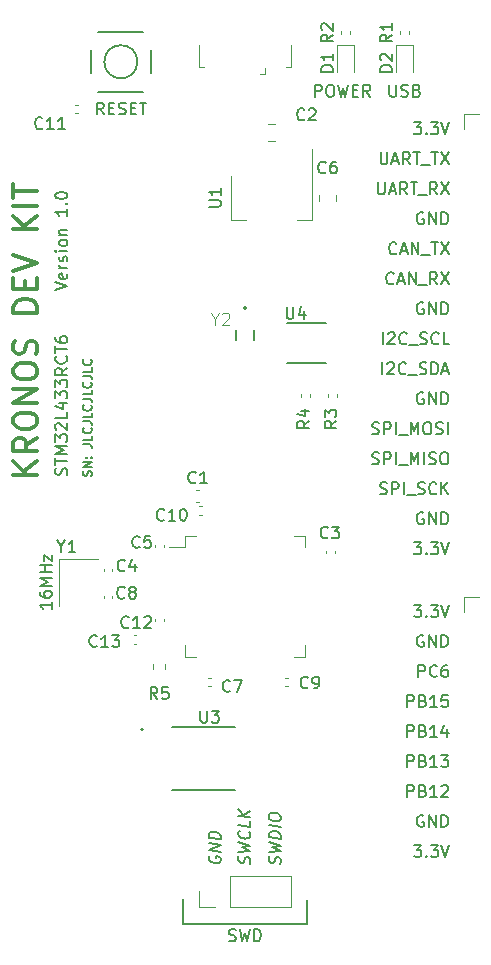
<source format=gbr>
%TF.GenerationSoftware,KiCad,Pcbnew,(6.0.9)*%
%TF.CreationDate,2022-12-01T17:51:06-05:00*%
%TF.ProjectId,cdh-devkit,6364682d-6465-4766-9b69-742e6b696361,rev?*%
%TF.SameCoordinates,Original*%
%TF.FileFunction,Legend,Top*%
%TF.FilePolarity,Positive*%
%FSLAX46Y46*%
G04 Gerber Fmt 4.6, Leading zero omitted, Abs format (unit mm)*
G04 Created by KiCad (PCBNEW (6.0.9)) date 2022-12-01 17:51:06*
%MOMM*%
%LPD*%
G01*
G04 APERTURE LIST*
%ADD10C,0.187500*%
%ADD11C,0.200000*%
%ADD12C,0.300000*%
%ADD13C,0.150000*%
%ADD14C,0.120198*%
%ADD15C,0.120000*%
%ADD16C,0.127000*%
%ADD17C,0.152400*%
G04 APERTURE END LIST*
D10*
X24503571Y-54063393D02*
X24539285Y-53956250D01*
X24539285Y-53777679D01*
X24503571Y-53706250D01*
X24467857Y-53670536D01*
X24396428Y-53634822D01*
X24325000Y-53634822D01*
X24253571Y-53670536D01*
X24217857Y-53706250D01*
X24182142Y-53777679D01*
X24146428Y-53920536D01*
X24110714Y-53991964D01*
X24075000Y-54027679D01*
X24003571Y-54063393D01*
X23932142Y-54063393D01*
X23860714Y-54027679D01*
X23825000Y-53991964D01*
X23789285Y-53920536D01*
X23789285Y-53741964D01*
X23825000Y-53634822D01*
X24539285Y-53313393D02*
X23789285Y-53313393D01*
X24539285Y-52884822D01*
X23789285Y-52884822D01*
X24467857Y-52527679D02*
X24503571Y-52491964D01*
X24539285Y-52527679D01*
X24503571Y-52563393D01*
X24467857Y-52527679D01*
X24539285Y-52527679D01*
X24075000Y-52527679D02*
X24110714Y-52491964D01*
X24146428Y-52527679D01*
X24110714Y-52563393D01*
X24075000Y-52527679D01*
X24146428Y-52527679D01*
X23789285Y-51384822D02*
X24325000Y-51384822D01*
X24432142Y-51420536D01*
X24503571Y-51491964D01*
X24539285Y-51599107D01*
X24539285Y-51670536D01*
X24539285Y-50670536D02*
X24539285Y-51027679D01*
X23789285Y-51027679D01*
X24467857Y-49991964D02*
X24503571Y-50027679D01*
X24539285Y-50134822D01*
X24539285Y-50206250D01*
X24503571Y-50313393D01*
X24432142Y-50384822D01*
X24360714Y-50420536D01*
X24217857Y-50456250D01*
X24110714Y-50456250D01*
X23967857Y-50420536D01*
X23896428Y-50384822D01*
X23825000Y-50313393D01*
X23789285Y-50206250D01*
X23789285Y-50134822D01*
X23825000Y-50027679D01*
X23860714Y-49991964D01*
X23789285Y-49456250D02*
X24325000Y-49456250D01*
X24432142Y-49491964D01*
X24503571Y-49563393D01*
X24539285Y-49670536D01*
X24539285Y-49741964D01*
X24539285Y-48741964D02*
X24539285Y-49099107D01*
X23789285Y-49099107D01*
X24467857Y-48063393D02*
X24503571Y-48099107D01*
X24539285Y-48206250D01*
X24539285Y-48277679D01*
X24503571Y-48384822D01*
X24432142Y-48456250D01*
X24360714Y-48491964D01*
X24217857Y-48527679D01*
X24110714Y-48527679D01*
X23967857Y-48491964D01*
X23896428Y-48456250D01*
X23825000Y-48384822D01*
X23789285Y-48277679D01*
X23789285Y-48206250D01*
X23825000Y-48099107D01*
X23860714Y-48063393D01*
X23789285Y-47527679D02*
X24325000Y-47527679D01*
X24432142Y-47563393D01*
X24503571Y-47634822D01*
X24539285Y-47741964D01*
X24539285Y-47813393D01*
X24539285Y-46813393D02*
X24539285Y-47170536D01*
X23789285Y-47170536D01*
X24467857Y-46134822D02*
X24503571Y-46170536D01*
X24539285Y-46277679D01*
X24539285Y-46349107D01*
X24503571Y-46456250D01*
X24432142Y-46527679D01*
X24360714Y-46563393D01*
X24217857Y-46599107D01*
X24110714Y-46599107D01*
X23967857Y-46563393D01*
X23896428Y-46527679D01*
X23825000Y-46456250D01*
X23789285Y-46349107D01*
X23789285Y-46277679D01*
X23825000Y-46170536D01*
X23860714Y-46134822D01*
X23789285Y-45599107D02*
X24325000Y-45599107D01*
X24432142Y-45634822D01*
X24503571Y-45706250D01*
X24539285Y-45813393D01*
X24539285Y-45884822D01*
X24539285Y-44884822D02*
X24539285Y-45241964D01*
X23789285Y-45241964D01*
X24467857Y-44206250D02*
X24503571Y-44241964D01*
X24539285Y-44349107D01*
X24539285Y-44420536D01*
X24503571Y-44527679D01*
X24432142Y-44599107D01*
X24360714Y-44634822D01*
X24217857Y-44670536D01*
X24110714Y-44670536D01*
X23967857Y-44634822D01*
X23896428Y-44599107D01*
X23825000Y-44527679D01*
X23789285Y-44420536D01*
X23789285Y-44349107D01*
X23825000Y-44241964D01*
X23860714Y-44206250D01*
D11*
X22404761Y-53979523D02*
X22452380Y-53836666D01*
X22452380Y-53598571D01*
X22404761Y-53503333D01*
X22357142Y-53455714D01*
X22261904Y-53408095D01*
X22166666Y-53408095D01*
X22071428Y-53455714D01*
X22023809Y-53503333D01*
X21976190Y-53598571D01*
X21928571Y-53789047D01*
X21880952Y-53884285D01*
X21833333Y-53931904D01*
X21738095Y-53979523D01*
X21642857Y-53979523D01*
X21547619Y-53931904D01*
X21500000Y-53884285D01*
X21452380Y-53789047D01*
X21452380Y-53550952D01*
X21500000Y-53408095D01*
X21452380Y-53122380D02*
X21452380Y-52550952D01*
X22452380Y-52836666D02*
X21452380Y-52836666D01*
X22452380Y-52217619D02*
X21452380Y-52217619D01*
X22166666Y-51884285D01*
X21452380Y-51550952D01*
X22452380Y-51550952D01*
X21452380Y-51170000D02*
X21452380Y-50550952D01*
X21833333Y-50884285D01*
X21833333Y-50741428D01*
X21880952Y-50646190D01*
X21928571Y-50598571D01*
X22023809Y-50550952D01*
X22261904Y-50550952D01*
X22357142Y-50598571D01*
X22404761Y-50646190D01*
X22452380Y-50741428D01*
X22452380Y-51027142D01*
X22404761Y-51122380D01*
X22357142Y-51170000D01*
X21547619Y-50170000D02*
X21500000Y-50122380D01*
X21452380Y-50027142D01*
X21452380Y-49789047D01*
X21500000Y-49693809D01*
X21547619Y-49646190D01*
X21642857Y-49598571D01*
X21738095Y-49598571D01*
X21880952Y-49646190D01*
X22452380Y-50217619D01*
X22452380Y-49598571D01*
X22452380Y-48693809D02*
X22452380Y-49170000D01*
X21452380Y-49170000D01*
X21785714Y-47931904D02*
X22452380Y-47931904D01*
X21404761Y-48170000D02*
X22119047Y-48408095D01*
X22119047Y-47789047D01*
X21452380Y-47503333D02*
X21452380Y-46884285D01*
X21833333Y-47217619D01*
X21833333Y-47074761D01*
X21880952Y-46979523D01*
X21928571Y-46931904D01*
X22023809Y-46884285D01*
X22261904Y-46884285D01*
X22357142Y-46931904D01*
X22404761Y-46979523D01*
X22452380Y-47074761D01*
X22452380Y-47360476D01*
X22404761Y-47455714D01*
X22357142Y-47503333D01*
X21452380Y-46550952D02*
X21452380Y-45931904D01*
X21833333Y-46265238D01*
X21833333Y-46122380D01*
X21880952Y-46027142D01*
X21928571Y-45979523D01*
X22023809Y-45931904D01*
X22261904Y-45931904D01*
X22357142Y-45979523D01*
X22404761Y-46027142D01*
X22452380Y-46122380D01*
X22452380Y-46408095D01*
X22404761Y-46503333D01*
X22357142Y-46550952D01*
X22452380Y-44931904D02*
X21976190Y-45265238D01*
X22452380Y-45503333D02*
X21452380Y-45503333D01*
X21452380Y-45122380D01*
X21500000Y-45027142D01*
X21547619Y-44979523D01*
X21642857Y-44931904D01*
X21785714Y-44931904D01*
X21880952Y-44979523D01*
X21928571Y-45027142D01*
X21976190Y-45122380D01*
X21976190Y-45503333D01*
X22357142Y-43931904D02*
X22404761Y-43979523D01*
X22452380Y-44122380D01*
X22452380Y-44217619D01*
X22404761Y-44360476D01*
X22309523Y-44455714D01*
X22214285Y-44503333D01*
X22023809Y-44550952D01*
X21880952Y-44550952D01*
X21690476Y-44503333D01*
X21595238Y-44455714D01*
X21500000Y-44360476D01*
X21452380Y-44217619D01*
X21452380Y-44122380D01*
X21500000Y-43979523D01*
X21547619Y-43931904D01*
X21452380Y-43646190D02*
X21452380Y-43074761D01*
X22452380Y-43360476D02*
X21452380Y-43360476D01*
X21452380Y-42312857D02*
X21452380Y-42503333D01*
X21500000Y-42598571D01*
X21547619Y-42646190D01*
X21690476Y-42741428D01*
X21880952Y-42789047D01*
X22261904Y-42789047D01*
X22357142Y-42741428D01*
X22404761Y-42693809D01*
X22452380Y-42598571D01*
X22452380Y-42408095D01*
X22404761Y-42312857D01*
X22357142Y-42265238D01*
X22261904Y-42217619D01*
X22023809Y-42217619D01*
X21928571Y-42265238D01*
X21880952Y-42312857D01*
X21833333Y-42408095D01*
X21833333Y-42598571D01*
X21880952Y-42693809D01*
X21928571Y-42741428D01*
X22023809Y-42789047D01*
X21452380Y-38311012D02*
X22452380Y-37977678D01*
X21452380Y-37644345D01*
X22404761Y-36930059D02*
X22452380Y-37025297D01*
X22452380Y-37215774D01*
X22404761Y-37311012D01*
X22309523Y-37358631D01*
X21928571Y-37358631D01*
X21833333Y-37311012D01*
X21785714Y-37215774D01*
X21785714Y-37025297D01*
X21833333Y-36930059D01*
X21928571Y-36882440D01*
X22023809Y-36882440D01*
X22119047Y-37358631D01*
X22452380Y-36453869D02*
X21785714Y-36453869D01*
X21976190Y-36453869D02*
X21880952Y-36406250D01*
X21833333Y-36358631D01*
X21785714Y-36263393D01*
X21785714Y-36168155D01*
X22404761Y-35882440D02*
X22452380Y-35787202D01*
X22452380Y-35596726D01*
X22404761Y-35501488D01*
X22309523Y-35453869D01*
X22261904Y-35453869D01*
X22166666Y-35501488D01*
X22119047Y-35596726D01*
X22119047Y-35739583D01*
X22071428Y-35834821D01*
X21976190Y-35882440D01*
X21928571Y-35882440D01*
X21833333Y-35834821D01*
X21785714Y-35739583D01*
X21785714Y-35596726D01*
X21833333Y-35501488D01*
X22452380Y-35025297D02*
X21785714Y-35025297D01*
X21452380Y-35025297D02*
X21500000Y-35072916D01*
X21547619Y-35025297D01*
X21500000Y-34977678D01*
X21452380Y-35025297D01*
X21547619Y-35025297D01*
X22452380Y-34406250D02*
X22404761Y-34501488D01*
X22357142Y-34549107D01*
X22261904Y-34596726D01*
X21976190Y-34596726D01*
X21880952Y-34549107D01*
X21833333Y-34501488D01*
X21785714Y-34406250D01*
X21785714Y-34263393D01*
X21833333Y-34168155D01*
X21880952Y-34120536D01*
X21976190Y-34072916D01*
X22261904Y-34072916D01*
X22357142Y-34120536D01*
X22404761Y-34168155D01*
X22452380Y-34263393D01*
X22452380Y-34406250D01*
X21785714Y-33644345D02*
X22452380Y-33644345D01*
X21880952Y-33644345D02*
X21833333Y-33596726D01*
X21785714Y-33501488D01*
X21785714Y-33358631D01*
X21833333Y-33263393D01*
X21928571Y-33215774D01*
X22452380Y-33215774D01*
X22452380Y-31453869D02*
X22452380Y-32025297D01*
X22452380Y-31739583D02*
X21452380Y-31739583D01*
X21595238Y-31834821D01*
X21690476Y-31930059D01*
X21738095Y-32025297D01*
X22357142Y-31025297D02*
X22404761Y-30977678D01*
X22452380Y-31025297D01*
X22404761Y-31072916D01*
X22357142Y-31025297D01*
X22452380Y-31025297D01*
X21452380Y-30358631D02*
X21452380Y-30263393D01*
X21500000Y-30168155D01*
X21547619Y-30120536D01*
X21642857Y-30072916D01*
X21833333Y-30025297D01*
X22071428Y-30025297D01*
X22261904Y-30072916D01*
X22357142Y-30120536D01*
X22404761Y-30168155D01*
X22452380Y-30263393D01*
X22452380Y-30358631D01*
X22404761Y-30453869D01*
X22357142Y-30501488D01*
X22261904Y-30549107D01*
X22071428Y-30596726D01*
X21833333Y-30596726D01*
X21642857Y-30549107D01*
X21547619Y-30501488D01*
X21500000Y-30453869D01*
X21452380Y-30358631D01*
D12*
X19904761Y-53956904D02*
X17904761Y-53956904D01*
X19904761Y-52814047D02*
X18761904Y-53671190D01*
X17904761Y-52814047D02*
X19047619Y-53956904D01*
X19904761Y-50814047D02*
X18952380Y-51480714D01*
X19904761Y-51956904D02*
X17904761Y-51956904D01*
X17904761Y-51195000D01*
X18000000Y-51004523D01*
X18095238Y-50909285D01*
X18285714Y-50814047D01*
X18571428Y-50814047D01*
X18761904Y-50909285D01*
X18857142Y-51004523D01*
X18952380Y-51195000D01*
X18952380Y-51956904D01*
X17904761Y-49575952D02*
X17904761Y-49195000D01*
X18000000Y-49004523D01*
X18190476Y-48814047D01*
X18571428Y-48718809D01*
X19238095Y-48718809D01*
X19619047Y-48814047D01*
X19809523Y-49004523D01*
X19904761Y-49195000D01*
X19904761Y-49575952D01*
X19809523Y-49766428D01*
X19619047Y-49956904D01*
X19238095Y-50052142D01*
X18571428Y-50052142D01*
X18190476Y-49956904D01*
X18000000Y-49766428D01*
X17904761Y-49575952D01*
X19904761Y-47861666D02*
X17904761Y-47861666D01*
X19904761Y-46718809D01*
X17904761Y-46718809D01*
X17904761Y-45385476D02*
X17904761Y-45004523D01*
X18000000Y-44814047D01*
X18190476Y-44623571D01*
X18571428Y-44528333D01*
X19238095Y-44528333D01*
X19619047Y-44623571D01*
X19809523Y-44814047D01*
X19904761Y-45004523D01*
X19904761Y-45385476D01*
X19809523Y-45575952D01*
X19619047Y-45766428D01*
X19238095Y-45861666D01*
X18571428Y-45861666D01*
X18190476Y-45766428D01*
X18000000Y-45575952D01*
X17904761Y-45385476D01*
X19809523Y-43766428D02*
X19904761Y-43480714D01*
X19904761Y-43004523D01*
X19809523Y-42814047D01*
X19714285Y-42718809D01*
X19523809Y-42623571D01*
X19333333Y-42623571D01*
X19142857Y-42718809D01*
X19047619Y-42814047D01*
X18952380Y-43004523D01*
X18857142Y-43385476D01*
X18761904Y-43575952D01*
X18666666Y-43671190D01*
X18476190Y-43766428D01*
X18285714Y-43766428D01*
X18095238Y-43671190D01*
X18000000Y-43575952D01*
X17904761Y-43385476D01*
X17904761Y-42909285D01*
X18000000Y-42623571D01*
X19904761Y-40242619D02*
X17904761Y-40242619D01*
X17904761Y-39766428D01*
X18000000Y-39480714D01*
X18190476Y-39290238D01*
X18380952Y-39195000D01*
X18761904Y-39099761D01*
X19047619Y-39099761D01*
X19428571Y-39195000D01*
X19619047Y-39290238D01*
X19809523Y-39480714D01*
X19904761Y-39766428D01*
X19904761Y-40242619D01*
X18857142Y-38242619D02*
X18857142Y-37575952D01*
X19904761Y-37290238D02*
X19904761Y-38242619D01*
X17904761Y-38242619D01*
X17904761Y-37290238D01*
X17904761Y-36718809D02*
X19904761Y-36052142D01*
X17904761Y-35385476D01*
X19904761Y-33195000D02*
X17904761Y-33195000D01*
X19904761Y-32052142D02*
X18761904Y-32909285D01*
X17904761Y-32052142D02*
X19047619Y-33195000D01*
X19904761Y-31195000D02*
X17904761Y-31195000D01*
X17904761Y-30528333D02*
X17904761Y-29385476D01*
X19904761Y-29956904D02*
X17904761Y-29956904D01*
D13*
X32250000Y-89915000D02*
X32250000Y-92000000D01*
X42750000Y-92000000D02*
X42750000Y-90000000D01*
X32250000Y-92000000D02*
X42750000Y-92000000D01*
X43440476Y-21952380D02*
X43440476Y-20952380D01*
X43821428Y-20952380D01*
X43916666Y-21000000D01*
X43964285Y-21047619D01*
X44011904Y-21142857D01*
X44011904Y-21285714D01*
X43964285Y-21380952D01*
X43916666Y-21428571D01*
X43821428Y-21476190D01*
X43440476Y-21476190D01*
X44630952Y-20952380D02*
X44821428Y-20952380D01*
X44916666Y-21000000D01*
X45011904Y-21095238D01*
X45059523Y-21285714D01*
X45059523Y-21619047D01*
X45011904Y-21809523D01*
X44916666Y-21904761D01*
X44821428Y-21952380D01*
X44630952Y-21952380D01*
X44535714Y-21904761D01*
X44440476Y-21809523D01*
X44392857Y-21619047D01*
X44392857Y-21285714D01*
X44440476Y-21095238D01*
X44535714Y-21000000D01*
X44630952Y-20952380D01*
X45392857Y-20952380D02*
X45630952Y-21952380D01*
X45821428Y-21238095D01*
X46011904Y-21952380D01*
X46250000Y-20952380D01*
X46630952Y-21428571D02*
X46964285Y-21428571D01*
X47107142Y-21952380D02*
X46630952Y-21952380D01*
X46630952Y-20952380D01*
X47107142Y-20952380D01*
X48107142Y-21952380D02*
X47773809Y-21476190D01*
X47535714Y-21952380D02*
X47535714Y-20952380D01*
X47916666Y-20952380D01*
X48011904Y-21000000D01*
X48059523Y-21047619D01*
X48107142Y-21142857D01*
X48107142Y-21285714D01*
X48059523Y-21380952D01*
X48011904Y-21428571D01*
X47916666Y-21476190D01*
X47535714Y-21476190D01*
X48759642Y-29212380D02*
X48759642Y-30021904D01*
X48807261Y-30117142D01*
X48854880Y-30164761D01*
X48950119Y-30212380D01*
X49140595Y-30212380D01*
X49235833Y-30164761D01*
X49283452Y-30117142D01*
X49331071Y-30021904D01*
X49331071Y-29212380D01*
X49759642Y-29926666D02*
X50235833Y-29926666D01*
X49664404Y-30212380D02*
X49997738Y-29212380D01*
X50331071Y-30212380D01*
X51235833Y-30212380D02*
X50902500Y-29736190D01*
X50664404Y-30212380D02*
X50664404Y-29212380D01*
X51045357Y-29212380D01*
X51140595Y-29260000D01*
X51188214Y-29307619D01*
X51235833Y-29402857D01*
X51235833Y-29545714D01*
X51188214Y-29640952D01*
X51140595Y-29688571D01*
X51045357Y-29736190D01*
X50664404Y-29736190D01*
X51521547Y-29212380D02*
X52092976Y-29212380D01*
X51807261Y-30212380D02*
X51807261Y-29212380D01*
X52188214Y-30307619D02*
X52950119Y-30307619D01*
X53759642Y-30212380D02*
X53426309Y-29736190D01*
X53188214Y-30212380D02*
X53188214Y-29212380D01*
X53569166Y-29212380D01*
X53664404Y-29260000D01*
X53712023Y-29307619D01*
X53759642Y-29402857D01*
X53759642Y-29545714D01*
X53712023Y-29640952D01*
X53664404Y-29688571D01*
X53569166Y-29736190D01*
X53188214Y-29736190D01*
X54092976Y-29212380D02*
X54759642Y-30212380D01*
X54759642Y-29212380D02*
X54092976Y-30212380D01*
X51239095Y-81252380D02*
X51239095Y-80252380D01*
X51620047Y-80252380D01*
X51715285Y-80300000D01*
X51762904Y-80347619D01*
X51810523Y-80442857D01*
X51810523Y-80585714D01*
X51762904Y-80680952D01*
X51715285Y-80728571D01*
X51620047Y-80776190D01*
X51239095Y-80776190D01*
X52572428Y-80728571D02*
X52715285Y-80776190D01*
X52762904Y-80823809D01*
X52810523Y-80919047D01*
X52810523Y-81061904D01*
X52762904Y-81157142D01*
X52715285Y-81204761D01*
X52620047Y-81252380D01*
X52239095Y-81252380D01*
X52239095Y-80252380D01*
X52572428Y-80252380D01*
X52667666Y-80300000D01*
X52715285Y-80347619D01*
X52762904Y-80442857D01*
X52762904Y-80538095D01*
X52715285Y-80633333D01*
X52667666Y-80680952D01*
X52572428Y-80728571D01*
X52239095Y-80728571D01*
X53762904Y-81252380D02*
X53191476Y-81252380D01*
X53477190Y-81252380D02*
X53477190Y-80252380D01*
X53381952Y-80395238D01*
X53286714Y-80490476D01*
X53191476Y-80538095D01*
X54143857Y-80347619D02*
X54191476Y-80300000D01*
X54286714Y-80252380D01*
X54524809Y-80252380D01*
X54620047Y-80300000D01*
X54667666Y-80347619D01*
X54715285Y-80442857D01*
X54715285Y-80538095D01*
X54667666Y-80680952D01*
X54096238Y-81252380D01*
X54715285Y-81252380D01*
X51807261Y-59692380D02*
X52426309Y-59692380D01*
X52092976Y-60073333D01*
X52235833Y-60073333D01*
X52331071Y-60120952D01*
X52378690Y-60168571D01*
X52426309Y-60263809D01*
X52426309Y-60501904D01*
X52378690Y-60597142D01*
X52331071Y-60644761D01*
X52235833Y-60692380D01*
X51950119Y-60692380D01*
X51854880Y-60644761D01*
X51807261Y-60597142D01*
X52854880Y-60597142D02*
X52902500Y-60644761D01*
X52854880Y-60692380D01*
X52807261Y-60644761D01*
X52854880Y-60597142D01*
X52854880Y-60692380D01*
X53235833Y-59692380D02*
X53854880Y-59692380D01*
X53521547Y-60073333D01*
X53664404Y-60073333D01*
X53759642Y-60120952D01*
X53807261Y-60168571D01*
X53854880Y-60263809D01*
X53854880Y-60501904D01*
X53807261Y-60597142D01*
X53759642Y-60644761D01*
X53664404Y-60692380D01*
X53378690Y-60692380D01*
X53283452Y-60644761D01*
X53235833Y-60597142D01*
X54140595Y-59692380D02*
X54473928Y-60692380D01*
X54807261Y-59692380D01*
X52620047Y-67600000D02*
X52524809Y-67552380D01*
X52381952Y-67552380D01*
X52239095Y-67600000D01*
X52143857Y-67695238D01*
X52096238Y-67790476D01*
X52048619Y-67980952D01*
X52048619Y-68123809D01*
X52096238Y-68314285D01*
X52143857Y-68409523D01*
X52239095Y-68504761D01*
X52381952Y-68552380D01*
X52477190Y-68552380D01*
X52620047Y-68504761D01*
X52667666Y-68457142D01*
X52667666Y-68123809D01*
X52477190Y-68123809D01*
X53096238Y-68552380D02*
X53096238Y-67552380D01*
X53667666Y-68552380D01*
X53667666Y-67552380D01*
X54143857Y-68552380D02*
X54143857Y-67552380D01*
X54381952Y-67552380D01*
X54524809Y-67600000D01*
X54620047Y-67695238D01*
X54667666Y-67790476D01*
X54715285Y-67980952D01*
X54715285Y-68123809D01*
X54667666Y-68314285D01*
X54620047Y-68409523D01*
X54524809Y-68504761D01*
X54381952Y-68552380D01*
X54143857Y-68552380D01*
X34500000Y-86233595D02*
X34452380Y-86322880D01*
X34452380Y-86465738D01*
X34500000Y-86614547D01*
X34595238Y-86721690D01*
X34690476Y-86781214D01*
X34880952Y-86852642D01*
X35023809Y-86870500D01*
X35214285Y-86846690D01*
X35309523Y-86810976D01*
X35404761Y-86727642D01*
X35452380Y-86590738D01*
X35452380Y-86495500D01*
X35404761Y-86346690D01*
X35357142Y-86293119D01*
X35023809Y-86251452D01*
X35023809Y-86441928D01*
X35452380Y-85876452D02*
X34452380Y-85751452D01*
X35452380Y-85305023D01*
X34452380Y-85180023D01*
X35452380Y-84828833D02*
X34452380Y-84703833D01*
X34452380Y-84465738D01*
X34500000Y-84328833D01*
X34595238Y-84245500D01*
X34690476Y-84209785D01*
X34880952Y-84185976D01*
X35023809Y-84203833D01*
X35214285Y-84275261D01*
X35309523Y-84334785D01*
X35404761Y-84441928D01*
X35452380Y-84590738D01*
X35452380Y-84828833D01*
X52616785Y-57200000D02*
X52521547Y-57152380D01*
X52378690Y-57152380D01*
X52235833Y-57200000D01*
X52140595Y-57295238D01*
X52092976Y-57390476D01*
X52045357Y-57580952D01*
X52045357Y-57723809D01*
X52092976Y-57914285D01*
X52140595Y-58009523D01*
X52235833Y-58104761D01*
X52378690Y-58152380D01*
X52473928Y-58152380D01*
X52616785Y-58104761D01*
X52664404Y-58057142D01*
X52664404Y-57723809D01*
X52473928Y-57723809D01*
X53092976Y-58152380D02*
X53092976Y-57152380D01*
X53664404Y-58152380D01*
X53664404Y-57152380D01*
X54140595Y-58152380D02*
X54140595Y-57152380D01*
X54378690Y-57152380D01*
X54521547Y-57200000D01*
X54616785Y-57295238D01*
X54664404Y-57390476D01*
X54712023Y-57580952D01*
X54712023Y-57723809D01*
X54664404Y-57914285D01*
X54616785Y-58009523D01*
X54521547Y-58104761D01*
X54378690Y-58152380D01*
X54140595Y-58152380D01*
X48283452Y-50484761D02*
X48426309Y-50532380D01*
X48664404Y-50532380D01*
X48759642Y-50484761D01*
X48807261Y-50437142D01*
X48854880Y-50341904D01*
X48854880Y-50246666D01*
X48807261Y-50151428D01*
X48759642Y-50103809D01*
X48664404Y-50056190D01*
X48473928Y-50008571D01*
X48378690Y-49960952D01*
X48331071Y-49913333D01*
X48283452Y-49818095D01*
X48283452Y-49722857D01*
X48331071Y-49627619D01*
X48378690Y-49580000D01*
X48473928Y-49532380D01*
X48712023Y-49532380D01*
X48854880Y-49580000D01*
X49283452Y-50532380D02*
X49283452Y-49532380D01*
X49664404Y-49532380D01*
X49759642Y-49580000D01*
X49807261Y-49627619D01*
X49854880Y-49722857D01*
X49854880Y-49865714D01*
X49807261Y-49960952D01*
X49759642Y-50008571D01*
X49664404Y-50056190D01*
X49283452Y-50056190D01*
X50283452Y-50532380D02*
X50283452Y-49532380D01*
X50521547Y-50627619D02*
X51283452Y-50627619D01*
X51521547Y-50532380D02*
X51521547Y-49532380D01*
X51854880Y-50246666D01*
X52188214Y-49532380D01*
X52188214Y-50532380D01*
X52854880Y-49532380D02*
X53045357Y-49532380D01*
X53140595Y-49580000D01*
X53235833Y-49675238D01*
X53283452Y-49865714D01*
X53283452Y-50199047D01*
X53235833Y-50389523D01*
X53140595Y-50484761D01*
X53045357Y-50532380D01*
X52854880Y-50532380D01*
X52759642Y-50484761D01*
X52664404Y-50389523D01*
X52616785Y-50199047D01*
X52616785Y-49865714D01*
X52664404Y-49675238D01*
X52759642Y-49580000D01*
X52854880Y-49532380D01*
X53664404Y-50484761D02*
X53807261Y-50532380D01*
X54045357Y-50532380D01*
X54140595Y-50484761D01*
X54188214Y-50437142D01*
X54235833Y-50341904D01*
X54235833Y-50246666D01*
X54188214Y-50151428D01*
X54140595Y-50103809D01*
X54045357Y-50056190D01*
X53854880Y-50008571D01*
X53759642Y-49960952D01*
X53712023Y-49913333D01*
X53664404Y-49818095D01*
X53664404Y-49722857D01*
X53712023Y-49627619D01*
X53759642Y-49580000D01*
X53854880Y-49532380D01*
X54092976Y-49532380D01*
X54235833Y-49580000D01*
X54664404Y-50532380D02*
X54664404Y-49532380D01*
X52616785Y-39420000D02*
X52521547Y-39372380D01*
X52378690Y-39372380D01*
X52235833Y-39420000D01*
X52140595Y-39515238D01*
X52092976Y-39610476D01*
X52045357Y-39800952D01*
X52045357Y-39943809D01*
X52092976Y-40134285D01*
X52140595Y-40229523D01*
X52235833Y-40324761D01*
X52378690Y-40372380D01*
X52473928Y-40372380D01*
X52616785Y-40324761D01*
X52664404Y-40277142D01*
X52664404Y-39943809D01*
X52473928Y-39943809D01*
X53092976Y-40372380D02*
X53092976Y-39372380D01*
X53664404Y-40372380D01*
X53664404Y-39372380D01*
X54140595Y-40372380D02*
X54140595Y-39372380D01*
X54378690Y-39372380D01*
X54521547Y-39420000D01*
X54616785Y-39515238D01*
X54664404Y-39610476D01*
X54712023Y-39800952D01*
X54712023Y-39943809D01*
X54664404Y-40134285D01*
X54616785Y-40229523D01*
X54521547Y-40324761D01*
X54378690Y-40372380D01*
X54140595Y-40372380D01*
X52616785Y-47040000D02*
X52521547Y-46992380D01*
X52378690Y-46992380D01*
X52235833Y-47040000D01*
X52140595Y-47135238D01*
X52092976Y-47230476D01*
X52045357Y-47420952D01*
X52045357Y-47563809D01*
X52092976Y-47754285D01*
X52140595Y-47849523D01*
X52235833Y-47944761D01*
X52378690Y-47992380D01*
X52473928Y-47992380D01*
X52616785Y-47944761D01*
X52664404Y-47897142D01*
X52664404Y-47563809D01*
X52473928Y-47563809D01*
X53092976Y-47992380D02*
X53092976Y-46992380D01*
X53664404Y-47992380D01*
X53664404Y-46992380D01*
X54140595Y-47992380D02*
X54140595Y-46992380D01*
X54378690Y-46992380D01*
X54521547Y-47040000D01*
X54616785Y-47135238D01*
X54664404Y-47230476D01*
X54712023Y-47420952D01*
X54712023Y-47563809D01*
X54664404Y-47754285D01*
X54616785Y-47849523D01*
X54521547Y-47944761D01*
X54378690Y-47992380D01*
X54140595Y-47992380D01*
X48997738Y-26672380D02*
X48997738Y-27481904D01*
X49045357Y-27577142D01*
X49092976Y-27624761D01*
X49188214Y-27672380D01*
X49378690Y-27672380D01*
X49473928Y-27624761D01*
X49521547Y-27577142D01*
X49569166Y-27481904D01*
X49569166Y-26672380D01*
X49997738Y-27386666D02*
X50473928Y-27386666D01*
X49902500Y-27672380D02*
X50235833Y-26672380D01*
X50569166Y-27672380D01*
X51473928Y-27672380D02*
X51140595Y-27196190D01*
X50902500Y-27672380D02*
X50902500Y-26672380D01*
X51283452Y-26672380D01*
X51378690Y-26720000D01*
X51426309Y-26767619D01*
X51473928Y-26862857D01*
X51473928Y-27005714D01*
X51426309Y-27100952D01*
X51378690Y-27148571D01*
X51283452Y-27196190D01*
X50902500Y-27196190D01*
X51759642Y-26672380D02*
X52331071Y-26672380D01*
X52045357Y-27672380D02*
X52045357Y-26672380D01*
X52426309Y-27767619D02*
X53188214Y-27767619D01*
X53283452Y-26672380D02*
X53854880Y-26672380D01*
X53569166Y-27672380D02*
X53569166Y-26672380D01*
X54092976Y-26672380D02*
X54759642Y-27672380D01*
X54759642Y-26672380D02*
X54092976Y-27672380D01*
X52616785Y-31800000D02*
X52521547Y-31752380D01*
X52378690Y-31752380D01*
X52235833Y-31800000D01*
X52140595Y-31895238D01*
X52092976Y-31990476D01*
X52045357Y-32180952D01*
X52045357Y-32323809D01*
X52092976Y-32514285D01*
X52140595Y-32609523D01*
X52235833Y-32704761D01*
X52378690Y-32752380D01*
X52473928Y-32752380D01*
X52616785Y-32704761D01*
X52664404Y-32657142D01*
X52664404Y-32323809D01*
X52473928Y-32323809D01*
X53092976Y-32752380D02*
X53092976Y-31752380D01*
X53664404Y-32752380D01*
X53664404Y-31752380D01*
X54140595Y-32752380D02*
X54140595Y-31752380D01*
X54378690Y-31752380D01*
X54521547Y-31800000D01*
X54616785Y-31895238D01*
X54664404Y-31990476D01*
X54712023Y-32180952D01*
X54712023Y-32323809D01*
X54664404Y-32514285D01*
X54616785Y-32609523D01*
X54521547Y-32704761D01*
X54378690Y-32752380D01*
X54140595Y-32752380D01*
X51239095Y-73632380D02*
X51239095Y-72632380D01*
X51620047Y-72632380D01*
X51715285Y-72680000D01*
X51762904Y-72727619D01*
X51810523Y-72822857D01*
X51810523Y-72965714D01*
X51762904Y-73060952D01*
X51715285Y-73108571D01*
X51620047Y-73156190D01*
X51239095Y-73156190D01*
X52572428Y-73108571D02*
X52715285Y-73156190D01*
X52762904Y-73203809D01*
X52810523Y-73299047D01*
X52810523Y-73441904D01*
X52762904Y-73537142D01*
X52715285Y-73584761D01*
X52620047Y-73632380D01*
X52239095Y-73632380D01*
X52239095Y-72632380D01*
X52572428Y-72632380D01*
X52667666Y-72680000D01*
X52715285Y-72727619D01*
X52762904Y-72822857D01*
X52762904Y-72918095D01*
X52715285Y-73013333D01*
X52667666Y-73060952D01*
X52572428Y-73108571D01*
X52239095Y-73108571D01*
X53762904Y-73632380D02*
X53191476Y-73632380D01*
X53477190Y-73632380D02*
X53477190Y-72632380D01*
X53381952Y-72775238D01*
X53286714Y-72870476D01*
X53191476Y-72918095D01*
X54667666Y-72632380D02*
X54191476Y-72632380D01*
X54143857Y-73108571D01*
X54191476Y-73060952D01*
X54286714Y-73013333D01*
X54524809Y-73013333D01*
X54620047Y-73060952D01*
X54667666Y-73108571D01*
X54715285Y-73203809D01*
X54715285Y-73441904D01*
X54667666Y-73537142D01*
X54620047Y-73584761D01*
X54524809Y-73632380D01*
X54286714Y-73632380D01*
X54191476Y-73584761D01*
X54143857Y-73537142D01*
X36142857Y-93404761D02*
X36285714Y-93452380D01*
X36523809Y-93452380D01*
X36619047Y-93404761D01*
X36666666Y-93357142D01*
X36714285Y-93261904D01*
X36714285Y-93166666D01*
X36666666Y-93071428D01*
X36619047Y-93023809D01*
X36523809Y-92976190D01*
X36333333Y-92928571D01*
X36238095Y-92880952D01*
X36190476Y-92833333D01*
X36142857Y-92738095D01*
X36142857Y-92642857D01*
X36190476Y-92547619D01*
X36238095Y-92500000D01*
X36333333Y-92452380D01*
X36571428Y-92452380D01*
X36714285Y-92500000D01*
X37047619Y-92452380D02*
X37285714Y-93452380D01*
X37476190Y-92738095D01*
X37666666Y-93452380D01*
X37904761Y-92452380D01*
X38285714Y-93452380D02*
X38285714Y-92452380D01*
X38523809Y-92452380D01*
X38666666Y-92500000D01*
X38761904Y-92595238D01*
X38809523Y-92690476D01*
X38857142Y-92880952D01*
X38857142Y-93023809D01*
X38809523Y-93214285D01*
X38761904Y-93309523D01*
X38666666Y-93404761D01*
X38523809Y-93452380D01*
X38285714Y-93452380D01*
X50331071Y-35197142D02*
X50283452Y-35244761D01*
X50140595Y-35292380D01*
X50045357Y-35292380D01*
X49902500Y-35244761D01*
X49807261Y-35149523D01*
X49759642Y-35054285D01*
X49712023Y-34863809D01*
X49712023Y-34720952D01*
X49759642Y-34530476D01*
X49807261Y-34435238D01*
X49902500Y-34340000D01*
X50045357Y-34292380D01*
X50140595Y-34292380D01*
X50283452Y-34340000D01*
X50331071Y-34387619D01*
X50712023Y-35006666D02*
X51188214Y-35006666D01*
X50616785Y-35292380D02*
X50950119Y-34292380D01*
X51283452Y-35292380D01*
X51616785Y-35292380D02*
X51616785Y-34292380D01*
X52188214Y-35292380D01*
X52188214Y-34292380D01*
X52426309Y-35387619D02*
X53188214Y-35387619D01*
X53283452Y-34292380D02*
X53854880Y-34292380D01*
X53569166Y-35292380D02*
X53569166Y-34292380D01*
X54092976Y-34292380D02*
X54759642Y-35292380D01*
X54759642Y-34292380D02*
X54092976Y-35292380D01*
X40484761Y-86918119D02*
X40532380Y-86781214D01*
X40532380Y-86543119D01*
X40484761Y-86441928D01*
X40437142Y-86388357D01*
X40341904Y-86328833D01*
X40246666Y-86316928D01*
X40151428Y-86352642D01*
X40103809Y-86394309D01*
X40056190Y-86483595D01*
X40008571Y-86668119D01*
X39960952Y-86757404D01*
X39913333Y-86799071D01*
X39818095Y-86834785D01*
X39722857Y-86822880D01*
X39627619Y-86763357D01*
X39580000Y-86709785D01*
X39532380Y-86608595D01*
X39532380Y-86370500D01*
X39580000Y-86233595D01*
X39532380Y-85894309D02*
X40532380Y-85781214D01*
X39818095Y-85501452D01*
X40532380Y-85400261D01*
X39532380Y-85037166D01*
X40532380Y-84781214D02*
X39532380Y-84656214D01*
X39532380Y-84418119D01*
X39580000Y-84281214D01*
X39675238Y-84197880D01*
X39770476Y-84162166D01*
X39960952Y-84138357D01*
X40103809Y-84156214D01*
X40294285Y-84227642D01*
X40389523Y-84287166D01*
X40484761Y-84394309D01*
X40532380Y-84543119D01*
X40532380Y-84781214D01*
X40532380Y-83781214D02*
X39532380Y-83656214D01*
X39532380Y-82989547D02*
X39532380Y-82799071D01*
X39580000Y-82709785D01*
X39675238Y-82626452D01*
X39865714Y-82602642D01*
X40199047Y-82644309D01*
X40389523Y-82715738D01*
X40484761Y-82822880D01*
X40532380Y-82924071D01*
X40532380Y-83114547D01*
X40484761Y-83203833D01*
X40389523Y-83287166D01*
X40199047Y-83310976D01*
X39865714Y-83269309D01*
X39675238Y-83197880D01*
X39580000Y-83090738D01*
X39532380Y-82989547D01*
X50092976Y-37737142D02*
X50045357Y-37784761D01*
X49902500Y-37832380D01*
X49807261Y-37832380D01*
X49664404Y-37784761D01*
X49569166Y-37689523D01*
X49521547Y-37594285D01*
X49473928Y-37403809D01*
X49473928Y-37260952D01*
X49521547Y-37070476D01*
X49569166Y-36975238D01*
X49664404Y-36880000D01*
X49807261Y-36832380D01*
X49902500Y-36832380D01*
X50045357Y-36880000D01*
X50092976Y-36927619D01*
X50473928Y-37546666D02*
X50950119Y-37546666D01*
X50378690Y-37832380D02*
X50712023Y-36832380D01*
X51045357Y-37832380D01*
X51378690Y-37832380D02*
X51378690Y-36832380D01*
X51950119Y-37832380D01*
X51950119Y-36832380D01*
X52188214Y-37927619D02*
X52950119Y-37927619D01*
X53759642Y-37832380D02*
X53426309Y-37356190D01*
X53188214Y-37832380D02*
X53188214Y-36832380D01*
X53569166Y-36832380D01*
X53664404Y-36880000D01*
X53712023Y-36927619D01*
X53759642Y-37022857D01*
X53759642Y-37165714D01*
X53712023Y-37260952D01*
X53664404Y-37308571D01*
X53569166Y-37356190D01*
X53188214Y-37356190D01*
X54092976Y-36832380D02*
X54759642Y-37832380D01*
X54759642Y-36832380D02*
X54092976Y-37832380D01*
X52191476Y-71092380D02*
X52191476Y-70092380D01*
X52572428Y-70092380D01*
X52667666Y-70140000D01*
X52715285Y-70187619D01*
X52762904Y-70282857D01*
X52762904Y-70425714D01*
X52715285Y-70520952D01*
X52667666Y-70568571D01*
X52572428Y-70616190D01*
X52191476Y-70616190D01*
X53762904Y-70997142D02*
X53715285Y-71044761D01*
X53572428Y-71092380D01*
X53477190Y-71092380D01*
X53334333Y-71044761D01*
X53239095Y-70949523D01*
X53191476Y-70854285D01*
X53143857Y-70663809D01*
X53143857Y-70520952D01*
X53191476Y-70330476D01*
X53239095Y-70235238D01*
X53334333Y-70140000D01*
X53477190Y-70092380D01*
X53572428Y-70092380D01*
X53715285Y-70140000D01*
X53762904Y-70187619D01*
X54620047Y-70092380D02*
X54429571Y-70092380D01*
X54334333Y-70140000D01*
X54286714Y-70187619D01*
X54191476Y-70330476D01*
X54143857Y-70520952D01*
X54143857Y-70901904D01*
X54191476Y-70997142D01*
X54239095Y-71044761D01*
X54334333Y-71092380D01*
X54524809Y-71092380D01*
X54620047Y-71044761D01*
X54667666Y-70997142D01*
X54715285Y-70901904D01*
X54715285Y-70663809D01*
X54667666Y-70568571D01*
X54620047Y-70520952D01*
X54524809Y-70473333D01*
X54334333Y-70473333D01*
X54239095Y-70520952D01*
X54191476Y-70568571D01*
X54143857Y-70663809D01*
X52620047Y-82840000D02*
X52524809Y-82792380D01*
X52381952Y-82792380D01*
X52239095Y-82840000D01*
X52143857Y-82935238D01*
X52096238Y-83030476D01*
X52048619Y-83220952D01*
X52048619Y-83363809D01*
X52096238Y-83554285D01*
X52143857Y-83649523D01*
X52239095Y-83744761D01*
X52381952Y-83792380D01*
X52477190Y-83792380D01*
X52620047Y-83744761D01*
X52667666Y-83697142D01*
X52667666Y-83363809D01*
X52477190Y-83363809D01*
X53096238Y-83792380D02*
X53096238Y-82792380D01*
X53667666Y-83792380D01*
X53667666Y-82792380D01*
X54143857Y-83792380D02*
X54143857Y-82792380D01*
X54381952Y-82792380D01*
X54524809Y-82840000D01*
X54620047Y-82935238D01*
X54667666Y-83030476D01*
X54715285Y-83220952D01*
X54715285Y-83363809D01*
X54667666Y-83554285D01*
X54620047Y-83649523D01*
X54524809Y-83744761D01*
X54381952Y-83792380D01*
X54143857Y-83792380D01*
X37904761Y-86918119D02*
X37952380Y-86781214D01*
X37952380Y-86543119D01*
X37904761Y-86441928D01*
X37857142Y-86388357D01*
X37761904Y-86328833D01*
X37666666Y-86316928D01*
X37571428Y-86352642D01*
X37523809Y-86394309D01*
X37476190Y-86483595D01*
X37428571Y-86668119D01*
X37380952Y-86757404D01*
X37333333Y-86799071D01*
X37238095Y-86834785D01*
X37142857Y-86822880D01*
X37047619Y-86763357D01*
X37000000Y-86709785D01*
X36952380Y-86608595D01*
X36952380Y-86370500D01*
X37000000Y-86233595D01*
X36952380Y-85894309D02*
X37952380Y-85781214D01*
X37238095Y-85501452D01*
X37952380Y-85400261D01*
X36952380Y-85037166D01*
X37857142Y-84197880D02*
X37904761Y-84251452D01*
X37952380Y-84400261D01*
X37952380Y-84495500D01*
X37904761Y-84632404D01*
X37809523Y-84715738D01*
X37714285Y-84751452D01*
X37523809Y-84775261D01*
X37380952Y-84757404D01*
X37190476Y-84685976D01*
X37095238Y-84626452D01*
X37000000Y-84519309D01*
X36952380Y-84370500D01*
X36952380Y-84275261D01*
X37000000Y-84138357D01*
X37047619Y-84096690D01*
X37952380Y-83305023D02*
X37952380Y-83781214D01*
X36952380Y-83656214D01*
X37952380Y-82971690D02*
X36952380Y-82846690D01*
X37952380Y-82400261D02*
X37380952Y-82757404D01*
X36952380Y-82275261D02*
X37523809Y-82918119D01*
X51810523Y-85332380D02*
X52429571Y-85332380D01*
X52096238Y-85713333D01*
X52239095Y-85713333D01*
X52334333Y-85760952D01*
X52381952Y-85808571D01*
X52429571Y-85903809D01*
X52429571Y-86141904D01*
X52381952Y-86237142D01*
X52334333Y-86284761D01*
X52239095Y-86332380D01*
X51953381Y-86332380D01*
X51858142Y-86284761D01*
X51810523Y-86237142D01*
X52858142Y-86237142D02*
X52905762Y-86284761D01*
X52858142Y-86332380D01*
X52810523Y-86284761D01*
X52858142Y-86237142D01*
X52858142Y-86332380D01*
X53239095Y-85332380D02*
X53858142Y-85332380D01*
X53524809Y-85713333D01*
X53667666Y-85713333D01*
X53762904Y-85760952D01*
X53810523Y-85808571D01*
X53858142Y-85903809D01*
X53858142Y-86141904D01*
X53810523Y-86237142D01*
X53762904Y-86284761D01*
X53667666Y-86332380D01*
X53381952Y-86332380D01*
X53286714Y-86284761D01*
X53239095Y-86237142D01*
X54143857Y-85332380D02*
X54477190Y-86332380D01*
X54810523Y-85332380D01*
X49738095Y-20952380D02*
X49738095Y-21761904D01*
X49785714Y-21857142D01*
X49833333Y-21904761D01*
X49928571Y-21952380D01*
X50119047Y-21952380D01*
X50214285Y-21904761D01*
X50261904Y-21857142D01*
X50309523Y-21761904D01*
X50309523Y-20952380D01*
X50738095Y-21904761D02*
X50880952Y-21952380D01*
X51119047Y-21952380D01*
X51214285Y-21904761D01*
X51261904Y-21857142D01*
X51309523Y-21761904D01*
X51309523Y-21666666D01*
X51261904Y-21571428D01*
X51214285Y-21523809D01*
X51119047Y-21476190D01*
X50928571Y-21428571D01*
X50833333Y-21380952D01*
X50785714Y-21333333D01*
X50738095Y-21238095D01*
X50738095Y-21142857D01*
X50785714Y-21047619D01*
X50833333Y-21000000D01*
X50928571Y-20952380D01*
X51166666Y-20952380D01*
X51309523Y-21000000D01*
X52071428Y-21428571D02*
X52214285Y-21476190D01*
X52261904Y-21523809D01*
X52309523Y-21619047D01*
X52309523Y-21761904D01*
X52261904Y-21857142D01*
X52214285Y-21904761D01*
X52119047Y-21952380D01*
X51738095Y-21952380D01*
X51738095Y-20952380D01*
X52071428Y-20952380D01*
X52166666Y-21000000D01*
X52214285Y-21047619D01*
X52261904Y-21142857D01*
X52261904Y-21238095D01*
X52214285Y-21333333D01*
X52166666Y-21380952D01*
X52071428Y-21428571D01*
X51738095Y-21428571D01*
X51810523Y-65012380D02*
X52429571Y-65012380D01*
X52096238Y-65393333D01*
X52239095Y-65393333D01*
X52334333Y-65440952D01*
X52381952Y-65488571D01*
X52429571Y-65583809D01*
X52429571Y-65821904D01*
X52381952Y-65917142D01*
X52334333Y-65964761D01*
X52239095Y-66012380D01*
X51953381Y-66012380D01*
X51858142Y-65964761D01*
X51810523Y-65917142D01*
X52858142Y-65917142D02*
X52905762Y-65964761D01*
X52858142Y-66012380D01*
X52810523Y-65964761D01*
X52858142Y-65917142D01*
X52858142Y-66012380D01*
X53239095Y-65012380D02*
X53858142Y-65012380D01*
X53524809Y-65393333D01*
X53667666Y-65393333D01*
X53762904Y-65440952D01*
X53810523Y-65488571D01*
X53858142Y-65583809D01*
X53858142Y-65821904D01*
X53810523Y-65917142D01*
X53762904Y-65964761D01*
X53667666Y-66012380D01*
X53381952Y-66012380D01*
X53286714Y-65964761D01*
X53239095Y-65917142D01*
X54143857Y-65012380D02*
X54477190Y-66012380D01*
X54810523Y-65012380D01*
X51807261Y-24132380D02*
X52426309Y-24132380D01*
X52092976Y-24513333D01*
X52235833Y-24513333D01*
X52331071Y-24560952D01*
X52378690Y-24608571D01*
X52426309Y-24703809D01*
X52426309Y-24941904D01*
X52378690Y-25037142D01*
X52331071Y-25084761D01*
X52235833Y-25132380D01*
X51950119Y-25132380D01*
X51854880Y-25084761D01*
X51807261Y-25037142D01*
X52854880Y-25037142D02*
X52902500Y-25084761D01*
X52854880Y-25132380D01*
X52807261Y-25084761D01*
X52854880Y-25037142D01*
X52854880Y-25132380D01*
X53235833Y-24132380D02*
X53854880Y-24132380D01*
X53521547Y-24513333D01*
X53664404Y-24513333D01*
X53759642Y-24560952D01*
X53807261Y-24608571D01*
X53854880Y-24703809D01*
X53854880Y-24941904D01*
X53807261Y-25037142D01*
X53759642Y-25084761D01*
X53664404Y-25132380D01*
X53378690Y-25132380D01*
X53283452Y-25084761D01*
X53235833Y-25037142D01*
X54140595Y-24132380D02*
X54473928Y-25132380D01*
X54807261Y-24132380D01*
X48950119Y-55564761D02*
X49092976Y-55612380D01*
X49331071Y-55612380D01*
X49426309Y-55564761D01*
X49473928Y-55517142D01*
X49521547Y-55421904D01*
X49521547Y-55326666D01*
X49473928Y-55231428D01*
X49426309Y-55183809D01*
X49331071Y-55136190D01*
X49140595Y-55088571D01*
X49045357Y-55040952D01*
X48997738Y-54993333D01*
X48950119Y-54898095D01*
X48950119Y-54802857D01*
X48997738Y-54707619D01*
X49045357Y-54660000D01*
X49140595Y-54612380D01*
X49378690Y-54612380D01*
X49521547Y-54660000D01*
X49950119Y-55612380D02*
X49950119Y-54612380D01*
X50331071Y-54612380D01*
X50426309Y-54660000D01*
X50473928Y-54707619D01*
X50521547Y-54802857D01*
X50521547Y-54945714D01*
X50473928Y-55040952D01*
X50426309Y-55088571D01*
X50331071Y-55136190D01*
X49950119Y-55136190D01*
X50950119Y-55612380D02*
X50950119Y-54612380D01*
X51188214Y-55707619D02*
X51950119Y-55707619D01*
X52140595Y-55564761D02*
X52283452Y-55612380D01*
X52521547Y-55612380D01*
X52616785Y-55564761D01*
X52664404Y-55517142D01*
X52712023Y-55421904D01*
X52712023Y-55326666D01*
X52664404Y-55231428D01*
X52616785Y-55183809D01*
X52521547Y-55136190D01*
X52331071Y-55088571D01*
X52235833Y-55040952D01*
X52188214Y-54993333D01*
X52140595Y-54898095D01*
X52140595Y-54802857D01*
X52188214Y-54707619D01*
X52235833Y-54660000D01*
X52331071Y-54612380D01*
X52569166Y-54612380D01*
X52712023Y-54660000D01*
X53712023Y-55517142D02*
X53664404Y-55564761D01*
X53521547Y-55612380D01*
X53426309Y-55612380D01*
X53283452Y-55564761D01*
X53188214Y-55469523D01*
X53140595Y-55374285D01*
X53092976Y-55183809D01*
X53092976Y-55040952D01*
X53140595Y-54850476D01*
X53188214Y-54755238D01*
X53283452Y-54660000D01*
X53426309Y-54612380D01*
X53521547Y-54612380D01*
X53664404Y-54660000D01*
X53712023Y-54707619D01*
X54140595Y-55612380D02*
X54140595Y-54612380D01*
X54712023Y-55612380D02*
X54283452Y-55040952D01*
X54712023Y-54612380D02*
X54140595Y-55183809D01*
X49140595Y-45452380D02*
X49140595Y-44452380D01*
X49569166Y-44547619D02*
X49616785Y-44500000D01*
X49712023Y-44452380D01*
X49950119Y-44452380D01*
X50045357Y-44500000D01*
X50092976Y-44547619D01*
X50140595Y-44642857D01*
X50140595Y-44738095D01*
X50092976Y-44880952D01*
X49521547Y-45452380D01*
X50140595Y-45452380D01*
X51140595Y-45357142D02*
X51092976Y-45404761D01*
X50950119Y-45452380D01*
X50854880Y-45452380D01*
X50712023Y-45404761D01*
X50616785Y-45309523D01*
X50569166Y-45214285D01*
X50521547Y-45023809D01*
X50521547Y-44880952D01*
X50569166Y-44690476D01*
X50616785Y-44595238D01*
X50712023Y-44500000D01*
X50854880Y-44452380D01*
X50950119Y-44452380D01*
X51092976Y-44500000D01*
X51140595Y-44547619D01*
X51331071Y-45547619D02*
X52092976Y-45547619D01*
X52283452Y-45404761D02*
X52426309Y-45452380D01*
X52664404Y-45452380D01*
X52759642Y-45404761D01*
X52807261Y-45357142D01*
X52854880Y-45261904D01*
X52854880Y-45166666D01*
X52807261Y-45071428D01*
X52759642Y-45023809D01*
X52664404Y-44976190D01*
X52473928Y-44928571D01*
X52378690Y-44880952D01*
X52331071Y-44833333D01*
X52283452Y-44738095D01*
X52283452Y-44642857D01*
X52331071Y-44547619D01*
X52378690Y-44500000D01*
X52473928Y-44452380D01*
X52712023Y-44452380D01*
X52854880Y-44500000D01*
X53283452Y-45452380D02*
X53283452Y-44452380D01*
X53521547Y-44452380D01*
X53664404Y-44500000D01*
X53759642Y-44595238D01*
X53807261Y-44690476D01*
X53854880Y-44880952D01*
X53854880Y-45023809D01*
X53807261Y-45214285D01*
X53759642Y-45309523D01*
X53664404Y-45404761D01*
X53521547Y-45452380D01*
X53283452Y-45452380D01*
X54235833Y-45166666D02*
X54712023Y-45166666D01*
X54140595Y-45452380D02*
X54473928Y-44452380D01*
X54807261Y-45452380D01*
X25547619Y-23452380D02*
X25214285Y-22976190D01*
X24976190Y-23452380D02*
X24976190Y-22452380D01*
X25357142Y-22452380D01*
X25452380Y-22500000D01*
X25500000Y-22547619D01*
X25547619Y-22642857D01*
X25547619Y-22785714D01*
X25500000Y-22880952D01*
X25452380Y-22928571D01*
X25357142Y-22976190D01*
X24976190Y-22976190D01*
X25976190Y-22928571D02*
X26309523Y-22928571D01*
X26452380Y-23452380D02*
X25976190Y-23452380D01*
X25976190Y-22452380D01*
X26452380Y-22452380D01*
X26833333Y-23404761D02*
X26976190Y-23452380D01*
X27214285Y-23452380D01*
X27309523Y-23404761D01*
X27357142Y-23357142D01*
X27404761Y-23261904D01*
X27404761Y-23166666D01*
X27357142Y-23071428D01*
X27309523Y-23023809D01*
X27214285Y-22976190D01*
X27023809Y-22928571D01*
X26928571Y-22880952D01*
X26880952Y-22833333D01*
X26833333Y-22738095D01*
X26833333Y-22642857D01*
X26880952Y-22547619D01*
X26928571Y-22500000D01*
X27023809Y-22452380D01*
X27261904Y-22452380D01*
X27404761Y-22500000D01*
X27833333Y-22928571D02*
X28166666Y-22928571D01*
X28309523Y-23452380D02*
X27833333Y-23452380D01*
X27833333Y-22452380D01*
X28309523Y-22452380D01*
X28595238Y-22452380D02*
X29166666Y-22452380D01*
X28880952Y-23452380D02*
X28880952Y-22452380D01*
X48283452Y-53024761D02*
X48426309Y-53072380D01*
X48664404Y-53072380D01*
X48759642Y-53024761D01*
X48807261Y-52977142D01*
X48854880Y-52881904D01*
X48854880Y-52786666D01*
X48807261Y-52691428D01*
X48759642Y-52643809D01*
X48664404Y-52596190D01*
X48473928Y-52548571D01*
X48378690Y-52500952D01*
X48331071Y-52453333D01*
X48283452Y-52358095D01*
X48283452Y-52262857D01*
X48331071Y-52167619D01*
X48378690Y-52120000D01*
X48473928Y-52072380D01*
X48712023Y-52072380D01*
X48854880Y-52120000D01*
X49283452Y-53072380D02*
X49283452Y-52072380D01*
X49664404Y-52072380D01*
X49759642Y-52120000D01*
X49807261Y-52167619D01*
X49854880Y-52262857D01*
X49854880Y-52405714D01*
X49807261Y-52500952D01*
X49759642Y-52548571D01*
X49664404Y-52596190D01*
X49283452Y-52596190D01*
X50283452Y-53072380D02*
X50283452Y-52072380D01*
X50521547Y-53167619D02*
X51283452Y-53167619D01*
X51521547Y-53072380D02*
X51521547Y-52072380D01*
X51854880Y-52786666D01*
X52188214Y-52072380D01*
X52188214Y-53072380D01*
X52664404Y-53072380D02*
X52664404Y-52072380D01*
X53092976Y-53024761D02*
X53235833Y-53072380D01*
X53473928Y-53072380D01*
X53569166Y-53024761D01*
X53616785Y-52977142D01*
X53664404Y-52881904D01*
X53664404Y-52786666D01*
X53616785Y-52691428D01*
X53569166Y-52643809D01*
X53473928Y-52596190D01*
X53283452Y-52548571D01*
X53188214Y-52500952D01*
X53140595Y-52453333D01*
X53092976Y-52358095D01*
X53092976Y-52262857D01*
X53140595Y-52167619D01*
X53188214Y-52120000D01*
X53283452Y-52072380D01*
X53521547Y-52072380D01*
X53664404Y-52120000D01*
X54283452Y-52072380D02*
X54473928Y-52072380D01*
X54569166Y-52120000D01*
X54664404Y-52215238D01*
X54712023Y-52405714D01*
X54712023Y-52739047D01*
X54664404Y-52929523D01*
X54569166Y-53024761D01*
X54473928Y-53072380D01*
X54283452Y-53072380D01*
X54188214Y-53024761D01*
X54092976Y-52929523D01*
X54045357Y-52739047D01*
X54045357Y-52405714D01*
X54092976Y-52215238D01*
X54188214Y-52120000D01*
X54283452Y-52072380D01*
X51239095Y-78712380D02*
X51239095Y-77712380D01*
X51620047Y-77712380D01*
X51715285Y-77760000D01*
X51762904Y-77807619D01*
X51810523Y-77902857D01*
X51810523Y-78045714D01*
X51762904Y-78140952D01*
X51715285Y-78188571D01*
X51620047Y-78236190D01*
X51239095Y-78236190D01*
X52572428Y-78188571D02*
X52715285Y-78236190D01*
X52762904Y-78283809D01*
X52810523Y-78379047D01*
X52810523Y-78521904D01*
X52762904Y-78617142D01*
X52715285Y-78664761D01*
X52620047Y-78712380D01*
X52239095Y-78712380D01*
X52239095Y-77712380D01*
X52572428Y-77712380D01*
X52667666Y-77760000D01*
X52715285Y-77807619D01*
X52762904Y-77902857D01*
X52762904Y-77998095D01*
X52715285Y-78093333D01*
X52667666Y-78140952D01*
X52572428Y-78188571D01*
X52239095Y-78188571D01*
X53762904Y-78712380D02*
X53191476Y-78712380D01*
X53477190Y-78712380D02*
X53477190Y-77712380D01*
X53381952Y-77855238D01*
X53286714Y-77950476D01*
X53191476Y-77998095D01*
X54096238Y-77712380D02*
X54715285Y-77712380D01*
X54381952Y-78093333D01*
X54524809Y-78093333D01*
X54620047Y-78140952D01*
X54667666Y-78188571D01*
X54715285Y-78283809D01*
X54715285Y-78521904D01*
X54667666Y-78617142D01*
X54620047Y-78664761D01*
X54524809Y-78712380D01*
X54239095Y-78712380D01*
X54143857Y-78664761D01*
X54096238Y-78617142D01*
X51239095Y-76172380D02*
X51239095Y-75172380D01*
X51620047Y-75172380D01*
X51715285Y-75220000D01*
X51762904Y-75267619D01*
X51810523Y-75362857D01*
X51810523Y-75505714D01*
X51762904Y-75600952D01*
X51715285Y-75648571D01*
X51620047Y-75696190D01*
X51239095Y-75696190D01*
X52572428Y-75648571D02*
X52715285Y-75696190D01*
X52762904Y-75743809D01*
X52810523Y-75839047D01*
X52810523Y-75981904D01*
X52762904Y-76077142D01*
X52715285Y-76124761D01*
X52620047Y-76172380D01*
X52239095Y-76172380D01*
X52239095Y-75172380D01*
X52572428Y-75172380D01*
X52667666Y-75220000D01*
X52715285Y-75267619D01*
X52762904Y-75362857D01*
X52762904Y-75458095D01*
X52715285Y-75553333D01*
X52667666Y-75600952D01*
X52572428Y-75648571D01*
X52239095Y-75648571D01*
X53762904Y-76172380D02*
X53191476Y-76172380D01*
X53477190Y-76172380D02*
X53477190Y-75172380D01*
X53381952Y-75315238D01*
X53286714Y-75410476D01*
X53191476Y-75458095D01*
X54620047Y-75505714D02*
X54620047Y-76172380D01*
X54381952Y-75124761D02*
X54143857Y-75839047D01*
X54762904Y-75839047D01*
X49188214Y-42912380D02*
X49188214Y-41912380D01*
X49616785Y-42007619D02*
X49664404Y-41960000D01*
X49759642Y-41912380D01*
X49997738Y-41912380D01*
X50092976Y-41960000D01*
X50140595Y-42007619D01*
X50188214Y-42102857D01*
X50188214Y-42198095D01*
X50140595Y-42340952D01*
X49569166Y-42912380D01*
X50188214Y-42912380D01*
X51188214Y-42817142D02*
X51140595Y-42864761D01*
X50997738Y-42912380D01*
X50902500Y-42912380D01*
X50759642Y-42864761D01*
X50664404Y-42769523D01*
X50616785Y-42674285D01*
X50569166Y-42483809D01*
X50569166Y-42340952D01*
X50616785Y-42150476D01*
X50664404Y-42055238D01*
X50759642Y-41960000D01*
X50902500Y-41912380D01*
X50997738Y-41912380D01*
X51140595Y-41960000D01*
X51188214Y-42007619D01*
X51378690Y-43007619D02*
X52140595Y-43007619D01*
X52331071Y-42864761D02*
X52473928Y-42912380D01*
X52712023Y-42912380D01*
X52807261Y-42864761D01*
X52854880Y-42817142D01*
X52902500Y-42721904D01*
X52902500Y-42626666D01*
X52854880Y-42531428D01*
X52807261Y-42483809D01*
X52712023Y-42436190D01*
X52521547Y-42388571D01*
X52426309Y-42340952D01*
X52378690Y-42293333D01*
X52331071Y-42198095D01*
X52331071Y-42102857D01*
X52378690Y-42007619D01*
X52426309Y-41960000D01*
X52521547Y-41912380D01*
X52759642Y-41912380D01*
X52902500Y-41960000D01*
X53902500Y-42817142D02*
X53854880Y-42864761D01*
X53712023Y-42912380D01*
X53616785Y-42912380D01*
X53473928Y-42864761D01*
X53378690Y-42769523D01*
X53331071Y-42674285D01*
X53283452Y-42483809D01*
X53283452Y-42340952D01*
X53331071Y-42150476D01*
X53378690Y-42055238D01*
X53473928Y-41960000D01*
X53616785Y-41912380D01*
X53712023Y-41912380D01*
X53854880Y-41960000D01*
X53902500Y-42007619D01*
X54807261Y-42912380D02*
X54331071Y-42912380D01*
X54331071Y-41912380D01*
%TO.C,C2*%
X42533333Y-23857142D02*
X42485714Y-23904761D01*
X42342857Y-23952380D01*
X42247619Y-23952380D01*
X42104761Y-23904761D01*
X42009523Y-23809523D01*
X41961904Y-23714285D01*
X41914285Y-23523809D01*
X41914285Y-23380952D01*
X41961904Y-23190476D01*
X42009523Y-23095238D01*
X42104761Y-23000000D01*
X42247619Y-22952380D01*
X42342857Y-22952380D01*
X42485714Y-23000000D01*
X42533333Y-23047619D01*
X42914285Y-23047619D02*
X42961904Y-23000000D01*
X43057142Y-22952380D01*
X43295238Y-22952380D01*
X43390476Y-23000000D01*
X43438095Y-23047619D01*
X43485714Y-23142857D01*
X43485714Y-23238095D01*
X43438095Y-23380952D01*
X42866666Y-23952380D01*
X43485714Y-23952380D01*
%TO.C,R5*%
X30083333Y-72952380D02*
X29750000Y-72476190D01*
X29511904Y-72952380D02*
X29511904Y-71952380D01*
X29892857Y-71952380D01*
X29988095Y-72000000D01*
X30035714Y-72047619D01*
X30083333Y-72142857D01*
X30083333Y-72285714D01*
X30035714Y-72380952D01*
X29988095Y-72428571D01*
X29892857Y-72476190D01*
X29511904Y-72476190D01*
X30988095Y-71952380D02*
X30511904Y-71952380D01*
X30464285Y-72428571D01*
X30511904Y-72380952D01*
X30607142Y-72333333D01*
X30845238Y-72333333D01*
X30940476Y-72380952D01*
X30988095Y-72428571D01*
X31035714Y-72523809D01*
X31035714Y-72761904D01*
X30988095Y-72857142D01*
X30940476Y-72904761D01*
X30845238Y-72952380D01*
X30607142Y-72952380D01*
X30511904Y-72904761D01*
X30464285Y-72857142D01*
%TO.C,C7*%
X36233333Y-72257142D02*
X36185714Y-72304761D01*
X36042857Y-72352380D01*
X35947619Y-72352380D01*
X35804761Y-72304761D01*
X35709523Y-72209523D01*
X35661904Y-72114285D01*
X35614285Y-71923809D01*
X35614285Y-71780952D01*
X35661904Y-71590476D01*
X35709523Y-71495238D01*
X35804761Y-71400000D01*
X35947619Y-71352380D01*
X36042857Y-71352380D01*
X36185714Y-71400000D01*
X36233333Y-71447619D01*
X36566666Y-71352380D02*
X37233333Y-71352380D01*
X36804761Y-72352380D01*
%TO.C,R1*%
X49952380Y-16701666D02*
X49476190Y-17035000D01*
X49952380Y-17273095D02*
X48952380Y-17273095D01*
X48952380Y-16892142D01*
X49000000Y-16796904D01*
X49047619Y-16749285D01*
X49142857Y-16701666D01*
X49285714Y-16701666D01*
X49380952Y-16749285D01*
X49428571Y-16796904D01*
X49476190Y-16892142D01*
X49476190Y-17273095D01*
X49952380Y-15749285D02*
X49952380Y-16320714D01*
X49952380Y-16035000D02*
X48952380Y-16035000D01*
X49095238Y-16130238D01*
X49190476Y-16225476D01*
X49238095Y-16320714D01*
%TO.C,U4*%
X41038095Y-39752380D02*
X41038095Y-40561904D01*
X41085714Y-40657142D01*
X41133333Y-40704761D01*
X41228571Y-40752380D01*
X41419047Y-40752380D01*
X41514285Y-40704761D01*
X41561904Y-40657142D01*
X41609523Y-40561904D01*
X41609523Y-39752380D01*
X42514285Y-40085714D02*
X42514285Y-40752380D01*
X42276190Y-39704761D02*
X42038095Y-40419047D01*
X42657142Y-40419047D01*
%TO.C,C9*%
X42833333Y-71957142D02*
X42785714Y-72004761D01*
X42642857Y-72052380D01*
X42547619Y-72052380D01*
X42404761Y-72004761D01*
X42309523Y-71909523D01*
X42261904Y-71814285D01*
X42214285Y-71623809D01*
X42214285Y-71480952D01*
X42261904Y-71290476D01*
X42309523Y-71195238D01*
X42404761Y-71100000D01*
X42547619Y-71052380D01*
X42642857Y-71052380D01*
X42785714Y-71100000D01*
X42833333Y-71147619D01*
X43309523Y-72052380D02*
X43500000Y-72052380D01*
X43595238Y-72004761D01*
X43642857Y-71957142D01*
X43738095Y-71814285D01*
X43785714Y-71623809D01*
X43785714Y-71242857D01*
X43738095Y-71147619D01*
X43690476Y-71100000D01*
X43595238Y-71052380D01*
X43404761Y-71052380D01*
X43309523Y-71100000D01*
X43261904Y-71147619D01*
X43214285Y-71242857D01*
X43214285Y-71480952D01*
X43261904Y-71576190D01*
X43309523Y-71623809D01*
X43404761Y-71671428D01*
X43595238Y-71671428D01*
X43690476Y-71623809D01*
X43738095Y-71576190D01*
X43785714Y-71480952D01*
%TO.C,C10*%
X30657142Y-57757142D02*
X30609523Y-57804761D01*
X30466666Y-57852380D01*
X30371428Y-57852380D01*
X30228571Y-57804761D01*
X30133333Y-57709523D01*
X30085714Y-57614285D01*
X30038095Y-57423809D01*
X30038095Y-57280952D01*
X30085714Y-57090476D01*
X30133333Y-56995238D01*
X30228571Y-56900000D01*
X30371428Y-56852380D01*
X30466666Y-56852380D01*
X30609523Y-56900000D01*
X30657142Y-56947619D01*
X31609523Y-57852380D02*
X31038095Y-57852380D01*
X31323809Y-57852380D02*
X31323809Y-56852380D01*
X31228571Y-56995238D01*
X31133333Y-57090476D01*
X31038095Y-57138095D01*
X32228571Y-56852380D02*
X32323809Y-56852380D01*
X32419047Y-56900000D01*
X32466666Y-56947619D01*
X32514285Y-57042857D01*
X32561904Y-57233333D01*
X32561904Y-57471428D01*
X32514285Y-57661904D01*
X32466666Y-57757142D01*
X32419047Y-57804761D01*
X32323809Y-57852380D01*
X32228571Y-57852380D01*
X32133333Y-57804761D01*
X32085714Y-57757142D01*
X32038095Y-57661904D01*
X31990476Y-57471428D01*
X31990476Y-57233333D01*
X32038095Y-57042857D01*
X32085714Y-56947619D01*
X32133333Y-56900000D01*
X32228571Y-56852380D01*
%TO.C,R2*%
X44952380Y-16701666D02*
X44476190Y-17035000D01*
X44952380Y-17273095D02*
X43952380Y-17273095D01*
X43952380Y-16892142D01*
X44000000Y-16796904D01*
X44047619Y-16749285D01*
X44142857Y-16701666D01*
X44285714Y-16701666D01*
X44380952Y-16749285D01*
X44428571Y-16796904D01*
X44476190Y-16892142D01*
X44476190Y-17273095D01*
X44047619Y-16320714D02*
X44000000Y-16273095D01*
X43952380Y-16177857D01*
X43952380Y-15939761D01*
X44000000Y-15844523D01*
X44047619Y-15796904D01*
X44142857Y-15749285D01*
X44238095Y-15749285D01*
X44380952Y-15796904D01*
X44952380Y-16368333D01*
X44952380Y-15749285D01*
%TO.C,C8*%
X27308333Y-64357142D02*
X27260714Y-64404761D01*
X27117857Y-64452380D01*
X27022619Y-64452380D01*
X26879761Y-64404761D01*
X26784523Y-64309523D01*
X26736904Y-64214285D01*
X26689285Y-64023809D01*
X26689285Y-63880952D01*
X26736904Y-63690476D01*
X26784523Y-63595238D01*
X26879761Y-63500000D01*
X27022619Y-63452380D01*
X27117857Y-63452380D01*
X27260714Y-63500000D01*
X27308333Y-63547619D01*
X27879761Y-63880952D02*
X27784523Y-63833333D01*
X27736904Y-63785714D01*
X27689285Y-63690476D01*
X27689285Y-63642857D01*
X27736904Y-63547619D01*
X27784523Y-63500000D01*
X27879761Y-63452380D01*
X28070238Y-63452380D01*
X28165476Y-63500000D01*
X28213095Y-63547619D01*
X28260714Y-63642857D01*
X28260714Y-63690476D01*
X28213095Y-63785714D01*
X28165476Y-63833333D01*
X28070238Y-63880952D01*
X27879761Y-63880952D01*
X27784523Y-63928571D01*
X27736904Y-63976190D01*
X27689285Y-64071428D01*
X27689285Y-64261904D01*
X27736904Y-64357142D01*
X27784523Y-64404761D01*
X27879761Y-64452380D01*
X28070238Y-64452380D01*
X28165476Y-64404761D01*
X28213095Y-64357142D01*
X28260714Y-64261904D01*
X28260714Y-64071428D01*
X28213095Y-63976190D01*
X28165476Y-63928571D01*
X28070238Y-63880952D01*
%TO.C,C1*%
X33333333Y-54607142D02*
X33285714Y-54654761D01*
X33142857Y-54702380D01*
X33047619Y-54702380D01*
X32904761Y-54654761D01*
X32809523Y-54559523D01*
X32761904Y-54464285D01*
X32714285Y-54273809D01*
X32714285Y-54130952D01*
X32761904Y-53940476D01*
X32809523Y-53845238D01*
X32904761Y-53750000D01*
X33047619Y-53702380D01*
X33142857Y-53702380D01*
X33285714Y-53750000D01*
X33333333Y-53797619D01*
X34285714Y-54702380D02*
X33714285Y-54702380D01*
X34000000Y-54702380D02*
X34000000Y-53702380D01*
X33904761Y-53845238D01*
X33809523Y-53940476D01*
X33714285Y-53988095D01*
%TO.C,C3*%
X44533333Y-59257142D02*
X44485714Y-59304761D01*
X44342857Y-59352380D01*
X44247619Y-59352380D01*
X44104761Y-59304761D01*
X44009523Y-59209523D01*
X43961904Y-59114285D01*
X43914285Y-58923809D01*
X43914285Y-58780952D01*
X43961904Y-58590476D01*
X44009523Y-58495238D01*
X44104761Y-58400000D01*
X44247619Y-58352380D01*
X44342857Y-58352380D01*
X44485714Y-58400000D01*
X44533333Y-58447619D01*
X44866666Y-58352380D02*
X45485714Y-58352380D01*
X45152380Y-58733333D01*
X45295238Y-58733333D01*
X45390476Y-58780952D01*
X45438095Y-58828571D01*
X45485714Y-58923809D01*
X45485714Y-59161904D01*
X45438095Y-59257142D01*
X45390476Y-59304761D01*
X45295238Y-59352380D01*
X45009523Y-59352380D01*
X44914285Y-59304761D01*
X44866666Y-59257142D01*
%TO.C,Y1*%
X21948809Y-60026190D02*
X21948809Y-60502380D01*
X21615476Y-59502380D02*
X21948809Y-60026190D01*
X22282142Y-59502380D01*
X23139285Y-60502380D02*
X22567857Y-60502380D01*
X22853571Y-60502380D02*
X22853571Y-59502380D01*
X22758333Y-59645238D01*
X22663095Y-59740476D01*
X22567857Y-59788095D01*
X21127380Y-64740476D02*
X21127380Y-65311904D01*
X21127380Y-65026190D02*
X20127380Y-65026190D01*
X20270238Y-65121428D01*
X20365476Y-65216666D01*
X20413095Y-65311904D01*
X20127380Y-63883333D02*
X20127380Y-64073809D01*
X20175000Y-64169047D01*
X20222619Y-64216666D01*
X20365476Y-64311904D01*
X20555952Y-64359523D01*
X20936904Y-64359523D01*
X21032142Y-64311904D01*
X21079761Y-64264285D01*
X21127380Y-64169047D01*
X21127380Y-63978571D01*
X21079761Y-63883333D01*
X21032142Y-63835714D01*
X20936904Y-63788095D01*
X20698809Y-63788095D01*
X20603571Y-63835714D01*
X20555952Y-63883333D01*
X20508333Y-63978571D01*
X20508333Y-64169047D01*
X20555952Y-64264285D01*
X20603571Y-64311904D01*
X20698809Y-64359523D01*
X21127380Y-63359523D02*
X20127380Y-63359523D01*
X20841666Y-63026190D01*
X20127380Y-62692857D01*
X21127380Y-62692857D01*
X21127380Y-62216666D02*
X20127380Y-62216666D01*
X20603571Y-62216666D02*
X20603571Y-61645238D01*
X21127380Y-61645238D02*
X20127380Y-61645238D01*
X20460714Y-61264285D02*
X20460714Y-60740476D01*
X21127380Y-61264285D01*
X21127380Y-60740476D01*
%TO.C,C13*%
X24957142Y-68457142D02*
X24909523Y-68504761D01*
X24766666Y-68552380D01*
X24671428Y-68552380D01*
X24528571Y-68504761D01*
X24433333Y-68409523D01*
X24385714Y-68314285D01*
X24338095Y-68123809D01*
X24338095Y-67980952D01*
X24385714Y-67790476D01*
X24433333Y-67695238D01*
X24528571Y-67600000D01*
X24671428Y-67552380D01*
X24766666Y-67552380D01*
X24909523Y-67600000D01*
X24957142Y-67647619D01*
X25909523Y-68552380D02*
X25338095Y-68552380D01*
X25623809Y-68552380D02*
X25623809Y-67552380D01*
X25528571Y-67695238D01*
X25433333Y-67790476D01*
X25338095Y-67838095D01*
X26242857Y-67552380D02*
X26861904Y-67552380D01*
X26528571Y-67933333D01*
X26671428Y-67933333D01*
X26766666Y-67980952D01*
X26814285Y-68028571D01*
X26861904Y-68123809D01*
X26861904Y-68361904D01*
X26814285Y-68457142D01*
X26766666Y-68504761D01*
X26671428Y-68552380D01*
X26385714Y-68552380D01*
X26290476Y-68504761D01*
X26242857Y-68457142D01*
%TO.C,U3*%
X33738095Y-73950380D02*
X33738095Y-74759904D01*
X33785714Y-74855142D01*
X33833333Y-74902761D01*
X33928571Y-74950380D01*
X34119047Y-74950380D01*
X34214285Y-74902761D01*
X34261904Y-74855142D01*
X34309523Y-74759904D01*
X34309523Y-73950380D01*
X34690476Y-73950380D02*
X35309523Y-73950380D01*
X34976190Y-74331333D01*
X35119047Y-74331333D01*
X35214285Y-74378952D01*
X35261904Y-74426571D01*
X35309523Y-74521809D01*
X35309523Y-74759904D01*
X35261904Y-74855142D01*
X35214285Y-74902761D01*
X35119047Y-74950380D01*
X34833333Y-74950380D01*
X34738095Y-74902761D01*
X34690476Y-74855142D01*
%TO.C,D2*%
X49952380Y-19838095D02*
X48952380Y-19838095D01*
X48952380Y-19600000D01*
X49000000Y-19457142D01*
X49095238Y-19361904D01*
X49190476Y-19314285D01*
X49380952Y-19266666D01*
X49523809Y-19266666D01*
X49714285Y-19314285D01*
X49809523Y-19361904D01*
X49904761Y-19457142D01*
X49952380Y-19600000D01*
X49952380Y-19838095D01*
X49047619Y-18885714D02*
X49000000Y-18838095D01*
X48952380Y-18742857D01*
X48952380Y-18504761D01*
X49000000Y-18409523D01*
X49047619Y-18361904D01*
X49142857Y-18314285D01*
X49238095Y-18314285D01*
X49380952Y-18361904D01*
X49952380Y-18933333D01*
X49952380Y-18314285D01*
%TO.C,C5*%
X28583333Y-60057142D02*
X28535714Y-60104761D01*
X28392857Y-60152380D01*
X28297619Y-60152380D01*
X28154761Y-60104761D01*
X28059523Y-60009523D01*
X28011904Y-59914285D01*
X27964285Y-59723809D01*
X27964285Y-59580952D01*
X28011904Y-59390476D01*
X28059523Y-59295238D01*
X28154761Y-59200000D01*
X28297619Y-59152380D01*
X28392857Y-59152380D01*
X28535714Y-59200000D01*
X28583333Y-59247619D01*
X29488095Y-59152380D02*
X29011904Y-59152380D01*
X28964285Y-59628571D01*
X29011904Y-59580952D01*
X29107142Y-59533333D01*
X29345238Y-59533333D01*
X29440476Y-59580952D01*
X29488095Y-59628571D01*
X29535714Y-59723809D01*
X29535714Y-59961904D01*
X29488095Y-60057142D01*
X29440476Y-60104761D01*
X29345238Y-60152380D01*
X29107142Y-60152380D01*
X29011904Y-60104761D01*
X28964285Y-60057142D01*
D14*
%TO.C,Y2*%
X34973809Y-40776190D02*
X34973809Y-41252380D01*
X34640476Y-40252380D02*
X34973809Y-40776190D01*
X35307142Y-40252380D01*
X35592857Y-40347619D02*
X35640476Y-40300000D01*
X35735714Y-40252380D01*
X35973809Y-40252380D01*
X36069047Y-40300000D01*
X36116666Y-40347619D01*
X36164285Y-40442857D01*
X36164285Y-40538095D01*
X36116666Y-40680952D01*
X35545238Y-41252380D01*
X36164285Y-41252380D01*
D13*
%TO.C,R3*%
X45252380Y-49396666D02*
X44776190Y-49730000D01*
X45252380Y-49968095D02*
X44252380Y-49968095D01*
X44252380Y-49587142D01*
X44300000Y-49491904D01*
X44347619Y-49444285D01*
X44442857Y-49396666D01*
X44585714Y-49396666D01*
X44680952Y-49444285D01*
X44728571Y-49491904D01*
X44776190Y-49587142D01*
X44776190Y-49968095D01*
X44252380Y-49063333D02*
X44252380Y-48444285D01*
X44633333Y-48777619D01*
X44633333Y-48634761D01*
X44680952Y-48539523D01*
X44728571Y-48491904D01*
X44823809Y-48444285D01*
X45061904Y-48444285D01*
X45157142Y-48491904D01*
X45204761Y-48539523D01*
X45252380Y-48634761D01*
X45252380Y-48920476D01*
X45204761Y-49015714D01*
X45157142Y-49063333D01*
%TO.C,C12*%
X27657142Y-66857142D02*
X27609523Y-66904761D01*
X27466666Y-66952380D01*
X27371428Y-66952380D01*
X27228571Y-66904761D01*
X27133333Y-66809523D01*
X27085714Y-66714285D01*
X27038095Y-66523809D01*
X27038095Y-66380952D01*
X27085714Y-66190476D01*
X27133333Y-66095238D01*
X27228571Y-66000000D01*
X27371428Y-65952380D01*
X27466666Y-65952380D01*
X27609523Y-66000000D01*
X27657142Y-66047619D01*
X28609523Y-66952380D02*
X28038095Y-66952380D01*
X28323809Y-66952380D02*
X28323809Y-65952380D01*
X28228571Y-66095238D01*
X28133333Y-66190476D01*
X28038095Y-66238095D01*
X28990476Y-66047619D02*
X29038095Y-66000000D01*
X29133333Y-65952380D01*
X29371428Y-65952380D01*
X29466666Y-66000000D01*
X29514285Y-66047619D01*
X29561904Y-66142857D01*
X29561904Y-66238095D01*
X29514285Y-66380952D01*
X28942857Y-66952380D01*
X29561904Y-66952380D01*
%TO.C,C11*%
X20357142Y-24607142D02*
X20309523Y-24654761D01*
X20166666Y-24702380D01*
X20071428Y-24702380D01*
X19928571Y-24654761D01*
X19833333Y-24559523D01*
X19785714Y-24464285D01*
X19738095Y-24273809D01*
X19738095Y-24130952D01*
X19785714Y-23940476D01*
X19833333Y-23845238D01*
X19928571Y-23750000D01*
X20071428Y-23702380D01*
X20166666Y-23702380D01*
X20309523Y-23750000D01*
X20357142Y-23797619D01*
X21309523Y-24702380D02*
X20738095Y-24702380D01*
X21023809Y-24702380D02*
X21023809Y-23702380D01*
X20928571Y-23845238D01*
X20833333Y-23940476D01*
X20738095Y-23988095D01*
X22261904Y-24702380D02*
X21690476Y-24702380D01*
X21976190Y-24702380D02*
X21976190Y-23702380D01*
X21880952Y-23845238D01*
X21785714Y-23940476D01*
X21690476Y-23988095D01*
%TO.C,U1*%
X34452380Y-31291904D02*
X35261904Y-31291904D01*
X35357142Y-31244285D01*
X35404761Y-31196666D01*
X35452380Y-31101428D01*
X35452380Y-30910952D01*
X35404761Y-30815714D01*
X35357142Y-30768095D01*
X35261904Y-30720476D01*
X34452380Y-30720476D01*
X35452380Y-29720476D02*
X35452380Y-30291904D01*
X35452380Y-30006190D02*
X34452380Y-30006190D01*
X34595238Y-30101428D01*
X34690476Y-30196666D01*
X34738095Y-30291904D01*
%TO.C,R4*%
X42952380Y-49406666D02*
X42476190Y-49740000D01*
X42952380Y-49978095D02*
X41952380Y-49978095D01*
X41952380Y-49597142D01*
X42000000Y-49501904D01*
X42047619Y-49454285D01*
X42142857Y-49406666D01*
X42285714Y-49406666D01*
X42380952Y-49454285D01*
X42428571Y-49501904D01*
X42476190Y-49597142D01*
X42476190Y-49978095D01*
X42285714Y-48549523D02*
X42952380Y-48549523D01*
X41904761Y-48787619D02*
X42619047Y-49025714D01*
X42619047Y-48406666D01*
%TO.C,D1*%
X44952380Y-19838095D02*
X43952380Y-19838095D01*
X43952380Y-19600000D01*
X44000000Y-19457142D01*
X44095238Y-19361904D01*
X44190476Y-19314285D01*
X44380952Y-19266666D01*
X44523809Y-19266666D01*
X44714285Y-19314285D01*
X44809523Y-19361904D01*
X44904761Y-19457142D01*
X44952380Y-19600000D01*
X44952380Y-19838095D01*
X44952380Y-18314285D02*
X44952380Y-18885714D01*
X44952380Y-18600000D02*
X43952380Y-18600000D01*
X44095238Y-18695238D01*
X44190476Y-18790476D01*
X44238095Y-18885714D01*
%TO.C,C4*%
X27333333Y-62057142D02*
X27285714Y-62104761D01*
X27142857Y-62152380D01*
X27047619Y-62152380D01*
X26904761Y-62104761D01*
X26809523Y-62009523D01*
X26761904Y-61914285D01*
X26714285Y-61723809D01*
X26714285Y-61580952D01*
X26761904Y-61390476D01*
X26809523Y-61295238D01*
X26904761Y-61200000D01*
X27047619Y-61152380D01*
X27142857Y-61152380D01*
X27285714Y-61200000D01*
X27333333Y-61247619D01*
X28190476Y-61485714D02*
X28190476Y-62152380D01*
X27952380Y-61104761D02*
X27714285Y-61819047D01*
X28333333Y-61819047D01*
%TO.C,C6*%
X44333333Y-28357142D02*
X44285714Y-28404761D01*
X44142857Y-28452380D01*
X44047619Y-28452380D01*
X43904761Y-28404761D01*
X43809523Y-28309523D01*
X43761904Y-28214285D01*
X43714285Y-28023809D01*
X43714285Y-27880952D01*
X43761904Y-27690476D01*
X43809523Y-27595238D01*
X43904761Y-27500000D01*
X44047619Y-27452380D01*
X44142857Y-27452380D01*
X44285714Y-27500000D01*
X44333333Y-27547619D01*
X45190476Y-27452380D02*
X45000000Y-27452380D01*
X44904761Y-27500000D01*
X44857142Y-27547619D01*
X44761904Y-27690476D01*
X44714285Y-27880952D01*
X44714285Y-28261904D01*
X44761904Y-28357142D01*
X44809523Y-28404761D01*
X44904761Y-28452380D01*
X45095238Y-28452380D01*
X45190476Y-28404761D01*
X45238095Y-28357142D01*
X45285714Y-28261904D01*
X45285714Y-28023809D01*
X45238095Y-27928571D01*
X45190476Y-27880952D01*
X45095238Y-27833333D01*
X44904761Y-27833333D01*
X44809523Y-27880952D01*
X44761904Y-27928571D01*
X44714285Y-28023809D01*
D15*
%TO.C,J4*%
X33600000Y-19452500D02*
X34050000Y-19452500D01*
X33600000Y-17602500D02*
X33600000Y-19452500D01*
X39200000Y-20002500D02*
X38750000Y-20002500D01*
X41400000Y-17602500D02*
X41400000Y-19452500D01*
X39200000Y-20002500D02*
X39200000Y-19552500D01*
X41400000Y-19452500D02*
X40950000Y-19452500D01*
D16*
%TO.C,S1*%
X29550000Y-19956250D02*
X29550000Y-18043750D01*
X24450000Y-19956250D02*
X24450000Y-18043750D01*
X28912500Y-21550000D02*
X25087500Y-21550000D01*
X28912500Y-16450000D02*
X25087500Y-16450000D01*
X28400000Y-19000000D02*
G75*
G03*
X28400000Y-19000000I-1400000J0D01*
G01*
D15*
%TO.C,J3*%
X56010262Y-65560000D02*
X56010262Y-64290000D01*
X56010262Y-64290000D02*
X57280262Y-64290000D01*
%TO.C,C2*%
X39488748Y-25735000D02*
X40011252Y-25735000D01*
X39488748Y-24265000D02*
X40011252Y-24265000D01*
%TO.C,R5*%
X29677500Y-70437258D02*
X29677500Y-69962742D01*
X30722500Y-70437258D02*
X30722500Y-69962742D01*
%TO.C,C7*%
X34607836Y-71860000D02*
X34392164Y-71860000D01*
X34607836Y-71140000D02*
X34392164Y-71140000D01*
%TO.C,J1*%
X41385000Y-90580000D02*
X41385000Y-87920000D01*
X36245000Y-90580000D02*
X41385000Y-90580000D01*
X34975000Y-90580000D02*
X33645000Y-90580000D01*
X36245000Y-90580000D02*
X36245000Y-87920000D01*
X33645000Y-90580000D02*
X33645000Y-89250000D01*
X36245000Y-87920000D02*
X41385000Y-87920000D01*
%TO.C,R1*%
X50620000Y-16688641D02*
X50620000Y-16381359D01*
X51380000Y-16688641D02*
X51380000Y-16381359D01*
D17*
%TO.C,U4*%
X44376400Y-41123600D02*
X41023600Y-41123600D01*
X41023600Y-44476400D02*
X44376400Y-44476400D01*
D15*
%TO.C,C9*%
X41107836Y-71140000D02*
X40892164Y-71140000D01*
X41107836Y-71860000D02*
X40892164Y-71860000D01*
%TO.C,J2*%
X56010262Y-23410000D02*
X57280262Y-23410000D01*
X56010262Y-24680000D02*
X56010262Y-23410000D01*
%TO.C,C10*%
X33642164Y-57360000D02*
X33857836Y-57360000D01*
X33642164Y-56640000D02*
X33857836Y-56640000D01*
%TO.C,R2*%
X45620000Y-16688641D02*
X45620000Y-16381359D01*
X46380000Y-16688641D02*
X46380000Y-16381359D01*
%TO.C,C8*%
X25565000Y-64407836D02*
X25565000Y-64192164D01*
X26285000Y-64407836D02*
X26285000Y-64192164D01*
%TO.C,C1*%
X33359420Y-55240000D02*
X33640580Y-55240000D01*
X33359420Y-56260000D02*
X33640580Y-56260000D01*
%TO.C,C3*%
X44390000Y-60392164D02*
X44390000Y-60607836D01*
X45110000Y-60392164D02*
X45110000Y-60607836D01*
%TO.C,Y1*%
X21750000Y-61075000D02*
X21750000Y-65075000D01*
X25050000Y-61075000D02*
X21750000Y-61075000D01*
%TO.C,U2*%
X33340000Y-69360000D02*
X32390000Y-69360000D01*
X32390000Y-69360000D02*
X32390000Y-68410000D01*
X42610000Y-69360000D02*
X42610000Y-68410000D01*
X32390000Y-60090000D02*
X31050000Y-60090000D01*
X33340000Y-59140000D02*
X32390000Y-59140000D01*
X42610000Y-59140000D02*
X42610000Y-60090000D01*
X41660000Y-59140000D02*
X42610000Y-59140000D01*
X41660000Y-69360000D02*
X42610000Y-69360000D01*
X32390000Y-59140000D02*
X32390000Y-60090000D01*
%TO.C,C13*%
X28307836Y-68260000D02*
X28092164Y-68260000D01*
X28307836Y-67540000D02*
X28092164Y-67540000D01*
D16*
%TO.C,U3*%
X31310000Y-80690000D02*
X36690000Y-80690000D01*
X31310000Y-75310000D02*
X36690000Y-75310000D01*
D11*
X28885000Y-75515000D02*
G75*
G03*
X28885000Y-75515000I-100000J0D01*
G01*
D15*
%TO.C,D2*%
X51735000Y-17615000D02*
X50265000Y-17615000D01*
X51735000Y-19900000D02*
X51735000Y-17615000D01*
X50265000Y-17615000D02*
X50265000Y-19900000D01*
%TO.C,C5*%
X29890000Y-60107836D02*
X29890000Y-59892164D01*
X30610000Y-60107836D02*
X30610000Y-59892164D01*
D16*
%TO.C,Y2*%
X36750000Y-42530000D02*
X36750000Y-41670000D01*
X38250000Y-42530000D02*
X38250000Y-41670000D01*
D11*
X37600000Y-39850000D02*
G75*
G03*
X37600000Y-39850000I-100000J0D01*
G01*
D15*
%TO.C,R3*%
X45280000Y-47096359D02*
X45280000Y-47403641D01*
X44520000Y-47096359D02*
X44520000Y-47403641D01*
%TO.C,C12*%
X30610000Y-66357836D02*
X30610000Y-66142164D01*
X29890000Y-66357836D02*
X29890000Y-66142164D01*
%TO.C,C11*%
X23357836Y-22640000D02*
X23142164Y-22640000D01*
X23357836Y-23360000D02*
X23142164Y-23360000D01*
%TO.C,U1*%
X43160000Y-32410000D02*
X41900000Y-32410000D01*
X36340000Y-32410000D02*
X37600000Y-32410000D01*
X36340000Y-28650000D02*
X36340000Y-32410000D01*
X43160000Y-26400000D02*
X43160000Y-32410000D01*
%TO.C,R4*%
X42220000Y-47106359D02*
X42220000Y-47413641D01*
X42980000Y-47106359D02*
X42980000Y-47413641D01*
%TO.C,D1*%
X46735000Y-17615000D02*
X45265000Y-17615000D01*
X45265000Y-17615000D02*
X45265000Y-19900000D01*
X46735000Y-19900000D02*
X46735000Y-17615000D01*
%TO.C,C4*%
X25565000Y-62157836D02*
X25565000Y-61942164D01*
X26285000Y-62157836D02*
X26285000Y-61942164D01*
%TO.C,C6*%
X43765000Y-30761252D02*
X43765000Y-30238748D01*
X45235000Y-30761252D02*
X45235000Y-30238748D01*
%TD*%
M02*

</source>
